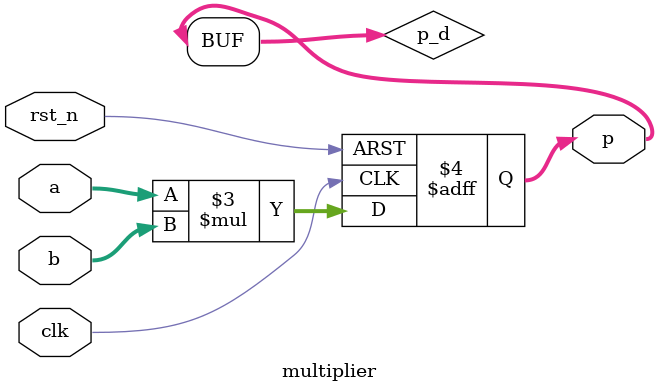
<source format=v>
module multiplier(
    input wire clk,
    input wire rst_n,
    input wire [31:0] a,
    input wire [31:0] b,
    output wire [31:0] p
);

    reg [31:0] p_d;
    always @(posedge clk or negedge rst_n) begin
        if (!rst_n) begin
            p <= 32'h0;
        end else begin
            p <= a * b;
        end
    end    

    assign p = p_d; 

    

endmodule
</source>
